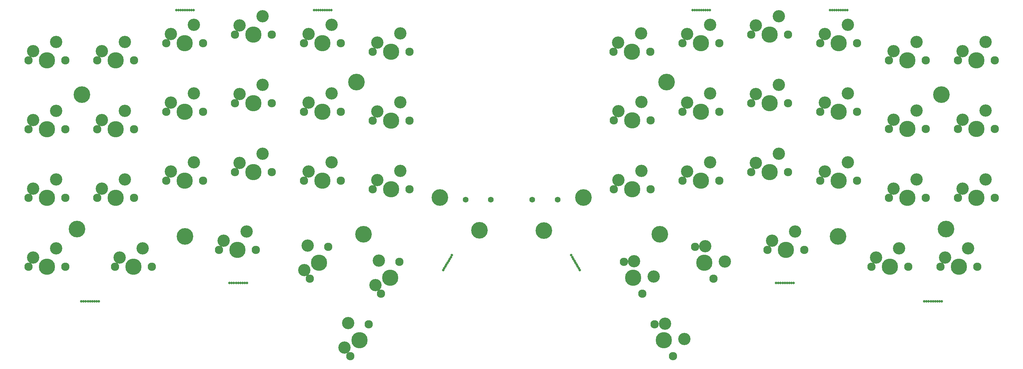
<source format=gbr>
%TF.GenerationSoftware,KiCad,Pcbnew,5.1.6*%
%TF.CreationDate,2020-10-29T18:01:04+01:00*%
%TF.ProjectId,jade,6a616465-2e6b-4696-9361-645f70636258,1.1*%
%TF.SameCoordinates,Original*%
%TF.FileFunction,Soldermask,Top*%
%TF.FilePolarity,Negative*%
%FSLAX46Y46*%
G04 Gerber Fmt 4.6, Leading zero omitted, Abs format (unit mm)*
G04 Created by KiCad (PCBNEW 5.1.6) date 2020-10-29 18:01:04*
%MOMM*%
%LPD*%
G01*
G04 APERTURE LIST*
%ADD10C,0.700000*%
%ADD11C,4.500000*%
%ADD12C,2.300000*%
%ADD13C,3.400000*%
%ADD14C,4.600000*%
%ADD15C,1.600000*%
G04 APERTURE END LIST*
D10*
%TO.C,REF\u002A\u002A*%
X264668000Y-102362000D03*
X264074250Y-102362000D03*
X263480500Y-102362000D03*
X262886750Y-102362000D03*
X262293000Y-102362000D03*
X266449250Y-102362000D03*
X265261750Y-102362000D03*
X267043000Y-102362000D03*
X265855500Y-102362000D03*
%TD*%
%TO.C,REF\u002A\u002A*%
X224961500Y-97282000D03*
X226149000Y-97282000D03*
X224367750Y-97282000D03*
X225555250Y-97282000D03*
X221399000Y-97282000D03*
X221992750Y-97282000D03*
X222586500Y-97282000D03*
X223180250Y-97282000D03*
X223774000Y-97282000D03*
%TD*%
%TO.C,REF\u002A\u002A*%
X72898000Y-97282000D03*
X73491750Y-97282000D03*
X74085500Y-97282000D03*
X74679250Y-97282000D03*
X75273000Y-97282000D03*
X71116750Y-97282000D03*
X72304250Y-97282000D03*
X70523000Y-97282000D03*
X71710500Y-97282000D03*
%TD*%
%TO.C,REF\u002A\u002A*%
X30816500Y-102362000D03*
X29629000Y-102362000D03*
X31410250Y-102362000D03*
X30222750Y-102362000D03*
X34379000Y-102362000D03*
X33785250Y-102362000D03*
X33191500Y-102362000D03*
X32597750Y-102362000D03*
X32004000Y-102362000D03*
%TD*%
D11*
%TO.C,SW3*%
X58107500Y-31030000D03*
D12*
X63187500Y-31030000D03*
X53027500Y-31030000D03*
D13*
X54297500Y-28490000D03*
X60647500Y-25950000D03*
%TD*%
D11*
%TO.C,SW6*%
X115107500Y-33405000D03*
D12*
X120187500Y-33405000D03*
X110027500Y-33405000D03*
D13*
X111297500Y-30865000D03*
X117647500Y-28325000D03*
%TD*%
D14*
%TO.C,Ref\u002A\u002A*%
X268265500Y-82430000D03*
%TD*%
%TO.C,Ref\u002A\u002A*%
X28406500Y-82430000D03*
%TD*%
%TO.C,Ref\u002A\u002A*%
X266954000Y-45265500D03*
%TD*%
%TO.C,Ref\u002A\u002A*%
X191096500Y-41765500D03*
%TD*%
%TO.C,Ref\u002A\u002A*%
X238464500Y-84448000D03*
%TD*%
%TO.C,Ref\u002A\u002A*%
X189230000Y-83820000D03*
%TD*%
D11*
%TO.C,SW41*%
X190413474Y-113132317D03*
D12*
X192953474Y-117531726D03*
X187873474Y-108732908D03*
D13*
X190708179Y-108562760D03*
X196082883Y-112792022D03*
%TD*%
D10*
%TO.C,REF\u002A\u002A*%
X130681375Y-91712608D03*
X130978250Y-91198405D03*
X131275125Y-90684203D03*
X131572000Y-90170000D03*
X131868875Y-89655798D03*
X129790750Y-93255216D03*
X130384500Y-92226811D03*
X129493875Y-93769418D03*
X130087625Y-92741013D03*
%TD*%
%TO.C,REF\u002A\u002A*%
X166584375Y-92741013D03*
X167178125Y-93769418D03*
X166287500Y-92226811D03*
X166881250Y-93255216D03*
X164803125Y-89655798D03*
X165100000Y-90170000D03*
X165396875Y-90684203D03*
X165693750Y-91198405D03*
X165990625Y-91712608D03*
%TD*%
D11*
%TO.C,SW44*%
X43983500Y-92830000D03*
D12*
X49063500Y-92830000D03*
X38903500Y-92830000D03*
D13*
X40173500Y-90290000D03*
X46523500Y-87750000D03*
%TD*%
D11*
%TO.C,SW21*%
X114882500Y-95854031D03*
D12*
X117422500Y-91454622D03*
X112342500Y-100253440D03*
D13*
X110777795Y-97883588D03*
X111753091Y-91114326D03*
%TD*%
D11*
%TO.C,SW8*%
X39107500Y-54780000D03*
D12*
X44187500Y-54780000D03*
X34027500Y-54780000D03*
D13*
X35297500Y-52240000D03*
X41647500Y-49700000D03*
%TD*%
D11*
%TO.C,SW42*%
X181904320Y-95854031D03*
D12*
X184444320Y-100253440D03*
X179364320Y-91454622D03*
D13*
X182199025Y-91284474D03*
X187573729Y-95513736D03*
%TD*%
D11*
%TO.C,SW48*%
X224084500Y-88142000D03*
D12*
X229164500Y-88142000D03*
X219004500Y-88142000D03*
D13*
X220274500Y-85602000D03*
X226624500Y-83062000D03*
%TD*%
D11*
%TO.C,SW38*%
X200614500Y-69025000D03*
D12*
X205694500Y-69025000D03*
X195534500Y-69025000D03*
D13*
X196804500Y-66485000D03*
X203154500Y-63945000D03*
%TD*%
D11*
%TO.C,SW34*%
X276614500Y-73775000D03*
D12*
X281694500Y-73775000D03*
X271534500Y-73775000D03*
D13*
X272804500Y-71235000D03*
X279154500Y-68695000D03*
%TD*%
D11*
%TO.C,SW32*%
X200614500Y-50025000D03*
D12*
X205694500Y-50025000D03*
X195534500Y-50025000D03*
D13*
X196804500Y-47485000D03*
X203154500Y-44945000D03*
%TD*%
D11*
%TO.C,SW31*%
X219614500Y-47650000D03*
D12*
X224694500Y-47650000D03*
X214534500Y-47650000D03*
D13*
X215804500Y-45110000D03*
X222154500Y-42570000D03*
%TD*%
D11*
%TO.C,SW30*%
X238614500Y-50025000D03*
D12*
X243694500Y-50025000D03*
X233534500Y-50025000D03*
D13*
X234804500Y-47485000D03*
X241154500Y-44945000D03*
%TD*%
D11*
%TO.C,SW29*%
X257614500Y-54775000D03*
D12*
X262694500Y-54775000D03*
X252534500Y-54775000D03*
D13*
X253804500Y-52235000D03*
X260154500Y-49695000D03*
%TD*%
D11*
%TO.C,SW28*%
X276614500Y-54775000D03*
D12*
X281694500Y-54775000D03*
X271534500Y-54775000D03*
D13*
X272804500Y-52235000D03*
X279154500Y-49695000D03*
%TD*%
D11*
%TO.C,SW27*%
X181607500Y-33405000D03*
D12*
X186687500Y-33405000D03*
X176527500Y-33405000D03*
D13*
X177797500Y-30865000D03*
X184147500Y-28325000D03*
%TD*%
D11*
%TO.C,SW26*%
X200614500Y-31025000D03*
D12*
X205694500Y-31025000D03*
X195534500Y-31025000D03*
D13*
X196804500Y-28485000D03*
X203154500Y-25945000D03*
%TD*%
D11*
%TO.C,SW25*%
X219614500Y-28650000D03*
D12*
X224694500Y-28650000D03*
X214534500Y-28650000D03*
D13*
X215804500Y-26110000D03*
X222154500Y-23570000D03*
%TD*%
D11*
%TO.C,SW24*%
X238614500Y-31025000D03*
D12*
X243694500Y-31025000D03*
X233534500Y-31025000D03*
D13*
X234804500Y-28485000D03*
X241154500Y-25945000D03*
%TD*%
D11*
%TO.C,SW23*%
X257614500Y-35775000D03*
D12*
X262694500Y-35775000D03*
X252534500Y-35775000D03*
D13*
X253804500Y-33235000D03*
X260154500Y-30695000D03*
%TD*%
D11*
%TO.C,SW22*%
X276614500Y-35775000D03*
D12*
X281694500Y-35775000D03*
X271534500Y-35775000D03*
D13*
X272804500Y-33235000D03*
X279154500Y-30695000D03*
%TD*%
D11*
%TO.C,SW20*%
X106348500Y-113132317D03*
D12*
X108888500Y-108732908D03*
X103808500Y-117531726D03*
D13*
X102243795Y-115161874D03*
X103219091Y-108392612D03*
%TD*%
D11*
%TO.C,SW19*%
X95243500Y-91745624D03*
D12*
X97783500Y-87346215D03*
X92703500Y-96145033D03*
D13*
X91138795Y-93775181D03*
X92114091Y-87005919D03*
%TD*%
D11*
%TO.C,SW18*%
X115107500Y-71405000D03*
D12*
X120187500Y-71405000D03*
X110027500Y-71405000D03*
D13*
X111297500Y-68865000D03*
X117647500Y-66325000D03*
%TD*%
D11*
%TO.C,SW17*%
X96107500Y-69030000D03*
D12*
X101187500Y-69030000D03*
X91027500Y-69030000D03*
D13*
X92297500Y-66490000D03*
X98647500Y-63950000D03*
%TD*%
D11*
%TO.C,SW16*%
X77107500Y-66655000D03*
D12*
X82187500Y-66655000D03*
X72027500Y-66655000D03*
D13*
X73297500Y-64115000D03*
X79647500Y-61575000D03*
%TD*%
D11*
%TO.C,SW12*%
X115107500Y-52405000D03*
D12*
X120187500Y-52405000D03*
X110027500Y-52405000D03*
D13*
X111297500Y-49865000D03*
X117647500Y-47325000D03*
%TD*%
D11*
%TO.C,SW11*%
X96107500Y-50030000D03*
D12*
X101187500Y-50030000D03*
X91027500Y-50030000D03*
D13*
X92297500Y-47490000D03*
X98647500Y-44950000D03*
%TD*%
D11*
%TO.C,SW10*%
X77107500Y-47655000D03*
D12*
X82187500Y-47655000D03*
X72027500Y-47655000D03*
D13*
X73297500Y-45115000D03*
X79647500Y-42575000D03*
%TD*%
D11*
%TO.C,SW9*%
X58107500Y-50030000D03*
D12*
X63187500Y-50030000D03*
X53027500Y-50030000D03*
D13*
X54297500Y-47490000D03*
X60647500Y-44950000D03*
%TD*%
D11*
%TO.C,SW5*%
X96107500Y-31030000D03*
D12*
X101187500Y-31030000D03*
X91027500Y-31030000D03*
D13*
X92297500Y-28490000D03*
X98647500Y-25950000D03*
%TD*%
D11*
%TO.C,SW4*%
X77107500Y-28655000D03*
D12*
X82187500Y-28655000D03*
X72027500Y-28655000D03*
D13*
X73297500Y-26115000D03*
X79647500Y-23575000D03*
%TD*%
D11*
%TO.C,SW2*%
X39107500Y-35780000D03*
D12*
X44187500Y-35780000D03*
X34027500Y-35780000D03*
D13*
X35297500Y-33240000D03*
X41647500Y-30700000D03*
%TD*%
D11*
%TO.C,SW1*%
X20107500Y-35780000D03*
D12*
X25187500Y-35780000D03*
X15027500Y-35780000D03*
D13*
X16297500Y-33240000D03*
X22647500Y-30700000D03*
%TD*%
D11*
%TO.C,SW7*%
X20107500Y-54780000D03*
D12*
X25187500Y-54780000D03*
X15027500Y-54780000D03*
D13*
X16297500Y-52240000D03*
X22647500Y-49700000D03*
%TD*%
D11*
%TO.C,SW14*%
X39107500Y-73780000D03*
D12*
X44187500Y-73780000D03*
X34027500Y-73780000D03*
D13*
X35297500Y-71240000D03*
X41647500Y-68700000D03*
%TD*%
D11*
%TO.C,SW37*%
X219614500Y-66650000D03*
D12*
X224694500Y-66650000D03*
X214534500Y-66650000D03*
D13*
X215804500Y-64110000D03*
X222154500Y-61570000D03*
%TD*%
D11*
%TO.C,SW35*%
X257614500Y-73775000D03*
D12*
X262694500Y-73775000D03*
X252534500Y-73775000D03*
D13*
X253804500Y-71235000D03*
X260154500Y-68695000D03*
%TD*%
D11*
%TO.C,SW13*%
X20107500Y-73780000D03*
D12*
X25187500Y-73780000D03*
X15027500Y-73780000D03*
D13*
X16297500Y-71240000D03*
X22647500Y-68700000D03*
%TD*%
D11*
%TO.C,SW39*%
X181614500Y-71400000D03*
D12*
X186694500Y-71400000D03*
X176534500Y-71400000D03*
D13*
X177804500Y-68860000D03*
X184154500Y-66320000D03*
%TD*%
D11*
%TO.C,SW33*%
X181614500Y-52400000D03*
D12*
X186694500Y-52400000D03*
X176534500Y-52400000D03*
D13*
X177804500Y-49860000D03*
X184154500Y-47320000D03*
%TD*%
D11*
%TO.C,SW43*%
X20107500Y-92830000D03*
D12*
X25187500Y-92830000D03*
X15027500Y-92830000D03*
D13*
X16297500Y-90290000D03*
X22647500Y-87750000D03*
%TD*%
D11*
%TO.C,SW46*%
X271788500Y-92825000D03*
D12*
X276868500Y-92825000D03*
X266708500Y-92825000D03*
D13*
X267978500Y-90285000D03*
X274328500Y-87745000D03*
%TD*%
D11*
%TO.C,SW47*%
X252738500Y-92825000D03*
D12*
X257818500Y-92825000D03*
X247658500Y-92825000D03*
D13*
X248928500Y-90285000D03*
X255278500Y-87745000D03*
%TD*%
D11*
%TO.C,SW45*%
X72644000Y-88138000D03*
D12*
X77724000Y-88138000D03*
X67564000Y-88138000D03*
D13*
X68834000Y-85598000D03*
X75184000Y-83058000D03*
%TD*%
D11*
%TO.C,SW40*%
X201543003Y-91745624D03*
D12*
X204083003Y-96145033D03*
X199003003Y-87346215D03*
D13*
X201837708Y-87176067D03*
X207212412Y-91405329D03*
%TD*%
D11*
%TO.C,SW15*%
X58107500Y-69030000D03*
D12*
X63187500Y-69030000D03*
X53027500Y-69030000D03*
D13*
X54297500Y-66490000D03*
X60647500Y-63950000D03*
%TD*%
D11*
%TO.C,SW36*%
X238614500Y-69025000D03*
D12*
X243694500Y-69025000D03*
X233534500Y-69025000D03*
D13*
X234804500Y-66485000D03*
X241154500Y-63945000D03*
%TD*%
D10*
%TO.C,REF\u002A\u002A*%
X239837000Y-21870000D03*
X241024500Y-21870000D03*
X239243250Y-21870000D03*
X240430750Y-21870000D03*
X236274500Y-21870000D03*
X236868250Y-21870000D03*
X237462000Y-21870000D03*
X238055750Y-21870000D03*
X238649500Y-21870000D03*
%TD*%
%TO.C,REF\u002A\u002A*%
X201925000Y-21885000D03*
X203112500Y-21885000D03*
X201331250Y-21885000D03*
X202518750Y-21885000D03*
X198362500Y-21885000D03*
X198956250Y-21885000D03*
X199550000Y-21885000D03*
X200143750Y-21885000D03*
X200737500Y-21885000D03*
%TD*%
%TO.C,REF\u002A\u002A*%
X95020000Y-21873000D03*
X93832500Y-21873000D03*
X95613750Y-21873000D03*
X94426250Y-21873000D03*
X98582500Y-21873000D03*
X97988750Y-21873000D03*
X97395000Y-21873000D03*
X96801250Y-21873000D03*
X96207500Y-21873000D03*
%TD*%
%TO.C,REF\u002A\u002A*%
X57049250Y-21869000D03*
X55861750Y-21869000D03*
X57643000Y-21869000D03*
X56455500Y-21869000D03*
X60611750Y-21869000D03*
X60018000Y-21869000D03*
X59424250Y-21869000D03*
X58830500Y-21869000D03*
X58236750Y-21869000D03*
%TD*%
D15*
%TO.C,J3*%
X154037500Y-74270000D03*
X161037500Y-74270000D03*
%TD*%
%TO.C,J1*%
X142634500Y-74292000D03*
X135634500Y-74292000D03*
%TD*%
D14*
%TO.C,Ref\u002A\u002A*%
X168148000Y-73660000D03*
%TD*%
%TO.C,Ref\u002A\u002A*%
X157226000Y-82804000D03*
%TD*%
%TO.C,Ref\u002A\u002A*%
X139446000Y-82775000D03*
%TD*%
%TO.C,Ref\u002A\u002A*%
X128524000Y-73660000D03*
%TD*%
%TO.C,Ref\u002A\u002A*%
X107442000Y-83820000D03*
%TD*%
%TO.C,Ref\u002A\u002A*%
X58207500Y-84448000D03*
%TD*%
%TO.C,Ref\u002A\u002A*%
X105575500Y-41765500D03*
%TD*%
%TO.C,Ref\u002A\u002A*%
X29718000Y-45265500D03*
%TD*%
M02*

</source>
